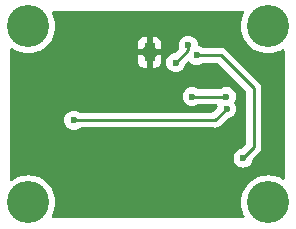
<source format=gbl>
%TF.GenerationSoftware,KiCad,Pcbnew,7.0.2-6a45011f42~172~ubuntu22.04.1*%
%TF.CreationDate,2023-09-16T18:35:40-07:00*%
%TF.ProjectId,i_control_led,695f636f-6e74-4726-9f6c-5f6c65642e6b,rev?*%
%TF.SameCoordinates,Original*%
%TF.FileFunction,Copper,L2,Bot*%
%TF.FilePolarity,Positive*%
%FSLAX46Y46*%
G04 Gerber Fmt 4.6, Leading zero omitted, Abs format (unit mm)*
G04 Created by KiCad (PCBNEW 7.0.2-6a45011f42~172~ubuntu22.04.1) date 2023-09-16 18:35:40*
%MOMM*%
%LPD*%
G01*
G04 APERTURE LIST*
%TA.AperFunction,ComponentPad*%
%ADD10C,3.570000*%
%TD*%
%TA.AperFunction,ComponentPad*%
%ADD11C,0.600000*%
%TD*%
%TA.AperFunction,SMDPad,CuDef*%
%ADD12R,0.900000X1.600000*%
%TD*%
%TA.AperFunction,ViaPad*%
%ADD13C,0.600000*%
%TD*%
%TA.AperFunction,Conductor*%
%ADD14C,0.250000*%
%TD*%
G04 APERTURE END LIST*
D10*
%TO.P,M1,~*%
%TO.N,N/C*%
X52540000Y-52540000D03*
%TD*%
%TO.P,M2,~*%
%TO.N,N/C*%
X72860000Y-52540000D03*
%TD*%
%TO.P,M3,~*%
%TO.N,N/C*%
X72860000Y-67460000D03*
%TD*%
%TO.P,M4,~*%
%TO.N,N/C*%
X52540000Y-67460000D03*
%TD*%
D11*
%TO.P,U1,9,GND*%
%TO.N,GND*%
X62825000Y-54240000D03*
D12*
X62825000Y-54740000D03*
D11*
X62825000Y-55240000D03*
%TD*%
D13*
%TO.N,GND*%
X68880000Y-64435000D03*
X62850000Y-53100000D03*
X69110000Y-61500000D03*
X56100000Y-58500000D03*
X64250000Y-64470000D03*
%TO.N,/VIN*%
X65040000Y-55614500D03*
X66100000Y-54145000D03*
%TO.N,/SCL*%
X69330000Y-58490000D03*
X66440000Y-58490000D03*
%TO.N,/SDA*%
X56400000Y-60500000D03*
X69350000Y-59525000D03*
%TO.N,/5V*%
X70741589Y-63701589D03*
X66800000Y-54990000D03*
%TD*%
D14*
%TO.N,/VIN*%
X66100000Y-54554500D02*
X66100000Y-54145000D01*
X65040000Y-55614500D02*
X66100000Y-54554500D01*
%TO.N,/SCL*%
X66440000Y-58490000D02*
X69330000Y-58490000D01*
%TO.N,/SDA*%
X56420000Y-60480000D02*
X68395000Y-60480000D01*
X56400000Y-60500000D02*
X56420000Y-60480000D01*
X68395000Y-60480000D02*
X69350000Y-59525000D01*
%TO.N,/5V*%
X68830000Y-54990000D02*
X66800000Y-54990000D01*
X71650000Y-57810000D02*
X68830000Y-54990000D01*
X70741589Y-63701589D02*
X71650000Y-62793178D01*
X71650000Y-62793178D02*
X71650000Y-57810000D01*
%TD*%
%TA.AperFunction,Conductor*%
%TO.N,GND*%
G36*
X70806570Y-51269685D02*
G01*
X70852325Y-51322489D01*
X70862269Y-51391647D01*
X70850743Y-51428844D01*
X70738331Y-51656790D01*
X70738325Y-51656803D01*
X70736536Y-51660432D01*
X70735230Y-51664277D01*
X70735230Y-51664279D01*
X70641204Y-51941270D01*
X70641201Y-51941278D01*
X70639896Y-51945125D01*
X70639104Y-51949103D01*
X70639101Y-51949117D01*
X70582033Y-52236016D01*
X70582031Y-52236026D01*
X70581242Y-52239996D01*
X70561579Y-52540000D01*
X70581242Y-52840004D01*
X70582032Y-52843975D01*
X70582033Y-52843983D01*
X70639101Y-53130882D01*
X70639103Y-53130892D01*
X70639896Y-53134875D01*
X70736536Y-53419568D01*
X70738328Y-53423202D01*
X70738331Y-53423209D01*
X70817038Y-53582811D01*
X70869509Y-53689211D01*
X70871760Y-53692580D01*
X70871763Y-53692585D01*
X71034280Y-53935808D01*
X71036540Y-53939190D01*
X71039215Y-53942240D01*
X71039221Y-53942248D01*
X71232097Y-54162180D01*
X71234771Y-54165229D01*
X71237819Y-54167902D01*
X71457751Y-54360778D01*
X71457757Y-54360782D01*
X71460810Y-54363460D01*
X71502369Y-54391229D01*
X71690032Y-54516622D01*
X71710789Y-54530491D01*
X71980432Y-54663464D01*
X72265125Y-54760104D01*
X72559996Y-54818758D01*
X72860000Y-54838421D01*
X73160004Y-54818758D01*
X73454875Y-54760104D01*
X73739568Y-54663464D01*
X74009211Y-54530491D01*
X74057111Y-54498484D01*
X74123786Y-54477608D01*
X74191166Y-54496092D01*
X74237857Y-54548071D01*
X74250000Y-54601588D01*
X74250000Y-65398411D01*
X74230315Y-65465450D01*
X74177511Y-65511205D01*
X74108353Y-65521149D01*
X74057110Y-65501514D01*
X74012582Y-65471761D01*
X74012577Y-65471758D01*
X74009211Y-65469509D01*
X74005575Y-65467716D01*
X74005570Y-65467713D01*
X73743209Y-65338331D01*
X73743202Y-65338328D01*
X73739568Y-65336536D01*
X73608047Y-65291890D01*
X73458729Y-65241204D01*
X73458725Y-65241203D01*
X73454875Y-65239896D01*
X73450892Y-65239103D01*
X73450882Y-65239101D01*
X73163983Y-65182033D01*
X73163975Y-65182032D01*
X73160004Y-65181242D01*
X72860000Y-65161579D01*
X72855957Y-65161844D01*
X72564038Y-65180977D01*
X72564036Y-65180977D01*
X72559996Y-65181242D01*
X72556026Y-65182031D01*
X72556016Y-65182033D01*
X72269117Y-65239101D01*
X72269103Y-65239104D01*
X72265125Y-65239896D01*
X72261278Y-65241201D01*
X72261270Y-65241204D01*
X71984279Y-65335230D01*
X71980432Y-65336536D01*
X71976803Y-65338325D01*
X71976790Y-65338331D01*
X71714430Y-65467713D01*
X71714418Y-65467719D01*
X71710790Y-65469509D01*
X71707427Y-65471756D01*
X71707415Y-65471763D01*
X71464191Y-65634280D01*
X71464181Y-65634286D01*
X71460810Y-65636540D01*
X71457766Y-65639209D01*
X71457751Y-65639221D01*
X71237819Y-65832097D01*
X71237811Y-65832104D01*
X71234771Y-65834771D01*
X71232104Y-65837811D01*
X71232097Y-65837819D01*
X71039221Y-66057751D01*
X71039209Y-66057766D01*
X71036540Y-66060810D01*
X71034286Y-66064181D01*
X71034280Y-66064191D01*
X70871763Y-66307415D01*
X70871756Y-66307427D01*
X70869509Y-66310790D01*
X70867719Y-66314418D01*
X70867713Y-66314430D01*
X70738331Y-66576790D01*
X70738325Y-66576803D01*
X70736536Y-66580432D01*
X70735230Y-66584277D01*
X70735230Y-66584279D01*
X70641204Y-66861270D01*
X70641201Y-66861278D01*
X70639896Y-66865125D01*
X70639104Y-66869103D01*
X70639101Y-66869117D01*
X70582033Y-67156016D01*
X70582031Y-67156026D01*
X70581242Y-67159996D01*
X70561579Y-67460000D01*
X70581242Y-67760004D01*
X70582032Y-67763975D01*
X70582033Y-67763983D01*
X70639101Y-68050882D01*
X70639103Y-68050892D01*
X70639896Y-68054875D01*
X70736536Y-68339568D01*
X70738328Y-68343202D01*
X70738331Y-68343209D01*
X70850742Y-68571156D01*
X70862738Y-68639989D01*
X70835617Y-68704379D01*
X70777988Y-68743885D01*
X70739530Y-68750000D01*
X54660470Y-68750000D01*
X54593431Y-68730315D01*
X54547676Y-68677511D01*
X54537732Y-68608353D01*
X54549258Y-68571156D01*
X54600142Y-68467971D01*
X54663464Y-68339568D01*
X54760104Y-68054875D01*
X54818758Y-67760004D01*
X54838421Y-67460000D01*
X54818758Y-67159996D01*
X54760104Y-66865125D01*
X54663464Y-66580432D01*
X54530491Y-66310790D01*
X54363460Y-66060810D01*
X54360782Y-66057757D01*
X54360778Y-66057751D01*
X54167902Y-65837819D01*
X54165229Y-65834771D01*
X54162180Y-65832097D01*
X53942248Y-65639221D01*
X53942240Y-65639215D01*
X53939190Y-65636540D01*
X53935808Y-65634280D01*
X53692585Y-65471763D01*
X53692580Y-65471760D01*
X53689211Y-65469509D01*
X53685575Y-65467716D01*
X53685570Y-65467713D01*
X53423209Y-65338331D01*
X53423202Y-65338328D01*
X53419568Y-65336536D01*
X53288047Y-65291890D01*
X53138729Y-65241204D01*
X53138725Y-65241203D01*
X53134875Y-65239896D01*
X53130892Y-65239103D01*
X53130882Y-65239101D01*
X52843983Y-65182033D01*
X52843975Y-65182032D01*
X52840004Y-65181242D01*
X52540000Y-65161579D01*
X52535957Y-65161844D01*
X52244038Y-65180977D01*
X52244036Y-65180977D01*
X52239996Y-65181242D01*
X52236026Y-65182031D01*
X52236016Y-65182033D01*
X51949117Y-65239101D01*
X51949103Y-65239104D01*
X51945125Y-65239896D01*
X51941278Y-65241201D01*
X51941270Y-65241204D01*
X51664279Y-65335230D01*
X51660432Y-65336536D01*
X51656803Y-65338325D01*
X51656790Y-65338331D01*
X51394430Y-65467713D01*
X51394418Y-65467719D01*
X51390790Y-65469509D01*
X51387420Y-65471761D01*
X51387408Y-65471768D01*
X51192890Y-65601740D01*
X51126213Y-65622618D01*
X51058833Y-65604133D01*
X51012143Y-65552154D01*
X51000000Y-65498638D01*
X51000000Y-60499999D01*
X55586383Y-60499999D01*
X55606782Y-60681044D01*
X55606782Y-60681046D01*
X55606783Y-60681047D01*
X55666957Y-60853015D01*
X55763889Y-61007281D01*
X55892719Y-61136111D01*
X56046985Y-61233043D01*
X56218953Y-61293217D01*
X56400000Y-61313616D01*
X56581047Y-61293217D01*
X56753015Y-61233043D01*
X56907281Y-61136111D01*
X56907283Y-61136108D01*
X56913017Y-61132506D01*
X56978989Y-61113500D01*
X68311367Y-61113500D01*
X68332108Y-61115789D01*
X68334905Y-61115701D01*
X68334909Y-61115702D01*
X68403017Y-61113560D01*
X68406913Y-61113500D01*
X68430958Y-61113500D01*
X68434856Y-61113500D01*
X68438724Y-61113011D01*
X68438947Y-61112983D01*
X68450608Y-61112064D01*
X68494889Y-61110673D01*
X68514498Y-61104975D01*
X68533531Y-61101033D01*
X68553797Y-61098474D01*
X68595006Y-61082157D01*
X68606037Y-61078380D01*
X68648593Y-61066018D01*
X68666160Y-61055628D01*
X68683632Y-61047068D01*
X68702617Y-61039552D01*
X68738475Y-61013498D01*
X68748223Y-61007096D01*
X68786362Y-60984542D01*
X68800800Y-60970103D01*
X68815588Y-60957472D01*
X68832107Y-60945472D01*
X68860359Y-60911319D01*
X68868203Y-60902699D01*
X69412057Y-60358846D01*
X69473378Y-60325363D01*
X69485851Y-60323309D01*
X69531047Y-60318217D01*
X69703015Y-60258043D01*
X69857281Y-60161111D01*
X69986111Y-60032281D01*
X70083043Y-59878015D01*
X70143217Y-59706047D01*
X70163616Y-59525000D01*
X70143217Y-59343953D01*
X70083043Y-59171985D01*
X70083041Y-59171982D01*
X70083041Y-59171981D01*
X70011143Y-59057557D01*
X69992142Y-58990321D01*
X70011142Y-58925614D01*
X70063043Y-58843015D01*
X70123217Y-58671047D01*
X70143616Y-58490000D01*
X70123217Y-58308953D01*
X70063043Y-58136985D01*
X69966111Y-57982719D01*
X69837281Y-57853889D01*
X69683015Y-57756957D01*
X69511047Y-57696783D01*
X69511046Y-57696782D01*
X69511044Y-57696782D01*
X69330000Y-57676383D01*
X69148955Y-57696782D01*
X68976984Y-57756957D01*
X68949794Y-57774042D01*
X68848810Y-57837494D01*
X68782840Y-57856500D01*
X66987160Y-57856500D01*
X66921189Y-57837494D01*
X66793015Y-57756957D01*
X66621047Y-57696783D01*
X66621046Y-57696782D01*
X66621044Y-57696782D01*
X66440000Y-57676383D01*
X66258955Y-57696782D01*
X66086984Y-57756957D01*
X65932717Y-57853890D01*
X65803890Y-57982717D01*
X65706957Y-58136984D01*
X65646782Y-58308955D01*
X65626383Y-58490000D01*
X65646782Y-58671044D01*
X65646782Y-58671046D01*
X65646783Y-58671047D01*
X65706957Y-58843015D01*
X65803889Y-58997281D01*
X65932719Y-59126111D01*
X66086985Y-59223043D01*
X66258953Y-59283217D01*
X66440000Y-59303616D01*
X66621047Y-59283217D01*
X66793015Y-59223043D01*
X66921189Y-59142505D01*
X66987160Y-59123500D01*
X68459161Y-59123500D01*
X68526200Y-59143185D01*
X68571955Y-59195989D01*
X68581899Y-59265147D01*
X68576202Y-59288455D01*
X68556782Y-59343951D01*
X68551690Y-59389146D01*
X68524623Y-59453560D01*
X68516151Y-59462942D01*
X68168914Y-59810181D01*
X68107591Y-59843666D01*
X68081233Y-59846500D01*
X56915331Y-59846500D01*
X56849359Y-59827494D01*
X56753015Y-59766957D01*
X56581044Y-59706782D01*
X56400000Y-59686383D01*
X56218955Y-59706782D01*
X56046984Y-59766957D01*
X55892717Y-59863890D01*
X55763890Y-59992717D01*
X55666957Y-60146984D01*
X55606782Y-60318955D01*
X55586383Y-60499999D01*
X51000000Y-60499999D01*
X51000000Y-54990000D01*
X61875000Y-54990000D01*
X61875000Y-55584518D01*
X61875354Y-55591132D01*
X61881400Y-55647371D01*
X61931647Y-55782089D01*
X62017811Y-55897188D01*
X62132910Y-55983352D01*
X62267628Y-56033599D01*
X62323867Y-56039645D01*
X62330482Y-56040000D01*
X62575000Y-56040000D01*
X63075000Y-56040000D01*
X63319518Y-56040000D01*
X63326132Y-56039645D01*
X63382371Y-56033599D01*
X63517089Y-55983352D01*
X63632188Y-55897188D01*
X63718352Y-55782089D01*
X63768599Y-55647371D01*
X63772133Y-55614500D01*
X64226383Y-55614500D01*
X64246782Y-55795544D01*
X64246782Y-55795546D01*
X64246783Y-55795547D01*
X64306957Y-55967515D01*
X64403889Y-56121781D01*
X64532719Y-56250611D01*
X64686985Y-56347543D01*
X64858953Y-56407717D01*
X64979650Y-56421316D01*
X65039999Y-56428116D01*
X65039999Y-56428115D01*
X65040000Y-56428116D01*
X65221047Y-56407717D01*
X65393015Y-56347543D01*
X65547281Y-56250611D01*
X65676111Y-56121781D01*
X65773043Y-55967515D01*
X65833217Y-55795547D01*
X65838309Y-55750352D01*
X65865375Y-55685938D01*
X65873838Y-55676564D01*
X66020826Y-55529576D01*
X66082147Y-55496093D01*
X66151839Y-55501077D01*
X66196185Y-55529577D01*
X66292719Y-55626111D01*
X66446985Y-55723043D01*
X66618953Y-55783217D01*
X66800000Y-55803616D01*
X66981047Y-55783217D01*
X67153015Y-55723043D01*
X67281189Y-55642505D01*
X67347160Y-55623500D01*
X68516234Y-55623500D01*
X68583273Y-55643185D01*
X68603915Y-55659819D01*
X70980181Y-58036085D01*
X71013666Y-58097408D01*
X71016500Y-58123766D01*
X71016500Y-62479410D01*
X70996815Y-62546449D01*
X70980181Y-62567091D01*
X70679531Y-62867740D01*
X70618208Y-62901225D01*
X70605735Y-62903279D01*
X70560544Y-62908371D01*
X70388573Y-62968546D01*
X70234306Y-63065479D01*
X70105479Y-63194306D01*
X70008546Y-63348573D01*
X69948371Y-63520544D01*
X69927972Y-63701588D01*
X69948371Y-63882633D01*
X69948371Y-63882635D01*
X69948372Y-63882636D01*
X70008546Y-64054604D01*
X70105478Y-64208870D01*
X70234308Y-64337700D01*
X70388574Y-64434632D01*
X70560542Y-64494806D01*
X70741589Y-64515205D01*
X70922636Y-64494806D01*
X71094604Y-64434632D01*
X71248870Y-64337700D01*
X71377700Y-64208870D01*
X71474632Y-64054604D01*
X71534806Y-63882636D01*
X71539898Y-63837441D01*
X71566964Y-63773027D01*
X71575427Y-63763653D01*
X72038816Y-63300264D01*
X72055097Y-63287222D01*
X72057014Y-63285180D01*
X72057018Y-63285178D01*
X72103706Y-63235457D01*
X72106324Y-63232756D01*
X72126134Y-63212948D01*
X72128664Y-63209686D01*
X72136243Y-63200810D01*
X72166586Y-63168499D01*
X72176422Y-63150605D01*
X72187102Y-63134346D01*
X72199613Y-63118219D01*
X72217211Y-63077550D01*
X72222341Y-63067078D01*
X72243695Y-63028238D01*
X72248772Y-63008460D01*
X72255072Y-62990060D01*
X72263181Y-62971323D01*
X72270112Y-62927554D01*
X72272478Y-62916131D01*
X72283500Y-62873208D01*
X72283500Y-62852792D01*
X72285027Y-62833392D01*
X72288220Y-62813235D01*
X72284050Y-62769120D01*
X72283500Y-62757451D01*
X72283500Y-57893632D01*
X72285789Y-57872892D01*
X72285701Y-57870094D01*
X72285702Y-57870091D01*
X72283561Y-57801981D01*
X72283500Y-57798085D01*
X72283500Y-57774042D01*
X72283500Y-57770144D01*
X72282981Y-57766041D01*
X72282064Y-57754389D01*
X72280673Y-57710110D01*
X72274978Y-57690511D01*
X72271033Y-57671462D01*
X72268474Y-57651203D01*
X72252162Y-57610004D01*
X72248377Y-57598950D01*
X72236018Y-57556407D01*
X72233007Y-57551316D01*
X72225624Y-57538831D01*
X72217064Y-57521357D01*
X72209552Y-57502384D01*
X72209552Y-57502383D01*
X72183510Y-57466540D01*
X72177095Y-57456773D01*
X72154544Y-57418639D01*
X72154542Y-57418637D01*
X72140101Y-57404196D01*
X72127469Y-57389405D01*
X72115474Y-57372895D01*
X72115472Y-57372893D01*
X72081324Y-57344643D01*
X72072696Y-57336791D01*
X69337088Y-54601183D01*
X69324044Y-54584902D01*
X69322000Y-54582983D01*
X69322000Y-54582982D01*
X69272315Y-54536325D01*
X69269550Y-54533645D01*
X69252527Y-54516622D01*
X69249770Y-54513865D01*
X69246486Y-54511317D01*
X69237623Y-54503746D01*
X69205321Y-54473414D01*
X69187433Y-54463580D01*
X69171169Y-54452896D01*
X69155040Y-54440385D01*
X69114377Y-54422789D01*
X69103883Y-54417648D01*
X69065062Y-54396305D01*
X69053386Y-54393307D01*
X69045284Y-54391227D01*
X69026879Y-54384926D01*
X69008145Y-54376819D01*
X69008143Y-54376818D01*
X69008142Y-54376818D01*
X68964383Y-54369887D01*
X68952943Y-54367518D01*
X68910031Y-54356500D01*
X68910030Y-54356500D01*
X68889616Y-54356500D01*
X68870217Y-54354973D01*
X68850058Y-54351780D01*
X68850057Y-54351780D01*
X68817318Y-54354874D01*
X68805943Y-54355950D01*
X68794274Y-54356500D01*
X67347160Y-54356500D01*
X67281189Y-54337494D01*
X67153015Y-54256957D01*
X67153012Y-54256955D01*
X66990464Y-54200077D01*
X66933688Y-54159356D01*
X66908199Y-54096920D01*
X66893217Y-53963955D01*
X66893217Y-53963953D01*
X66833043Y-53791985D01*
X66736111Y-53637719D01*
X66607281Y-53508889D01*
X66453015Y-53411957D01*
X66281047Y-53351783D01*
X66281046Y-53351782D01*
X66281044Y-53351782D01*
X66100000Y-53331383D01*
X65918955Y-53351782D01*
X65746984Y-53411957D01*
X65592717Y-53508890D01*
X65463890Y-53637717D01*
X65366957Y-53791984D01*
X65306782Y-53963955D01*
X65286383Y-54144999D01*
X65306782Y-54326048D01*
X65313649Y-54345672D01*
X65317210Y-54415451D01*
X65284288Y-54474305D01*
X64977942Y-54780651D01*
X64916619Y-54814136D01*
X64904146Y-54816190D01*
X64858955Y-54821282D01*
X64686984Y-54881457D01*
X64532717Y-54978390D01*
X64403890Y-55107217D01*
X64306957Y-55261484D01*
X64246782Y-55433455D01*
X64226383Y-55614500D01*
X63772133Y-55614500D01*
X63774645Y-55591132D01*
X63775000Y-55584518D01*
X63775000Y-54990000D01*
X63428552Y-54990000D01*
X63075000Y-55343551D01*
X63075000Y-56040000D01*
X62575000Y-56040000D01*
X62575000Y-55343553D01*
X62489987Y-55258540D01*
X62696049Y-55258540D01*
X62726543Y-55325313D01*
X62788297Y-55365000D01*
X62842972Y-55365000D01*
X62895433Y-55349596D01*
X62943504Y-55294119D01*
X62953951Y-55221460D01*
X62923457Y-55154687D01*
X62861703Y-55115000D01*
X62807028Y-55115000D01*
X62754567Y-55130404D01*
X62706496Y-55185881D01*
X62696049Y-55258540D01*
X62489987Y-55258540D01*
X62221447Y-54990000D01*
X61875000Y-54990000D01*
X51000000Y-54990000D01*
X51000000Y-54501361D01*
X51019685Y-54434322D01*
X51072489Y-54388567D01*
X51141647Y-54378623D01*
X51192889Y-54398258D01*
X51390789Y-54530491D01*
X51660432Y-54663464D01*
X51945125Y-54760104D01*
X52239996Y-54818758D01*
X52540000Y-54838421D01*
X52840004Y-54818758D01*
X53134875Y-54760104D01*
X53419568Y-54663464D01*
X53689211Y-54530491D01*
X53749810Y-54490000D01*
X61875000Y-54490000D01*
X62221447Y-54490000D01*
X62221447Y-54489999D01*
X62452906Y-54258540D01*
X62696049Y-54258540D01*
X62726543Y-54325313D01*
X62788297Y-54365000D01*
X62842972Y-54365000D01*
X62895433Y-54349596D01*
X62943504Y-54294119D01*
X62953951Y-54221460D01*
X62923457Y-54154687D01*
X62861703Y-54115000D01*
X62807028Y-54115000D01*
X62754567Y-54130404D01*
X62706496Y-54185881D01*
X62696049Y-54258540D01*
X62452906Y-54258540D01*
X62575000Y-54136446D01*
X62575000Y-53440000D01*
X63075000Y-53440000D01*
X63075000Y-54136447D01*
X63428553Y-54490000D01*
X63774999Y-54490000D01*
X63775000Y-53895481D01*
X63774645Y-53888867D01*
X63768599Y-53832628D01*
X63718352Y-53697910D01*
X63632188Y-53582811D01*
X63517089Y-53496647D01*
X63382371Y-53446400D01*
X63326132Y-53440354D01*
X63319518Y-53440000D01*
X63075000Y-53440000D01*
X62575000Y-53440000D01*
X62330482Y-53440000D01*
X62323867Y-53440354D01*
X62267628Y-53446400D01*
X62132910Y-53496647D01*
X62017811Y-53582811D01*
X61931647Y-53697910D01*
X61881400Y-53832628D01*
X61875354Y-53888867D01*
X61875000Y-53895481D01*
X61875000Y-54490000D01*
X53749810Y-54490000D01*
X53939190Y-54363460D01*
X54165229Y-54165229D01*
X54363460Y-53939190D01*
X54530491Y-53689211D01*
X54663464Y-53419568D01*
X54760104Y-53134875D01*
X54818758Y-52840004D01*
X54838421Y-52540000D01*
X54818758Y-52239996D01*
X54760104Y-51945125D01*
X54663464Y-51660432D01*
X54657888Y-51649126D01*
X54549257Y-51428844D01*
X54537261Y-51360012D01*
X54564382Y-51295621D01*
X54622010Y-51256115D01*
X54660469Y-51250000D01*
X70739531Y-51250000D01*
X70806570Y-51269685D01*
G37*
%TD.AperFunction*%
%TD*%
M02*

</source>
